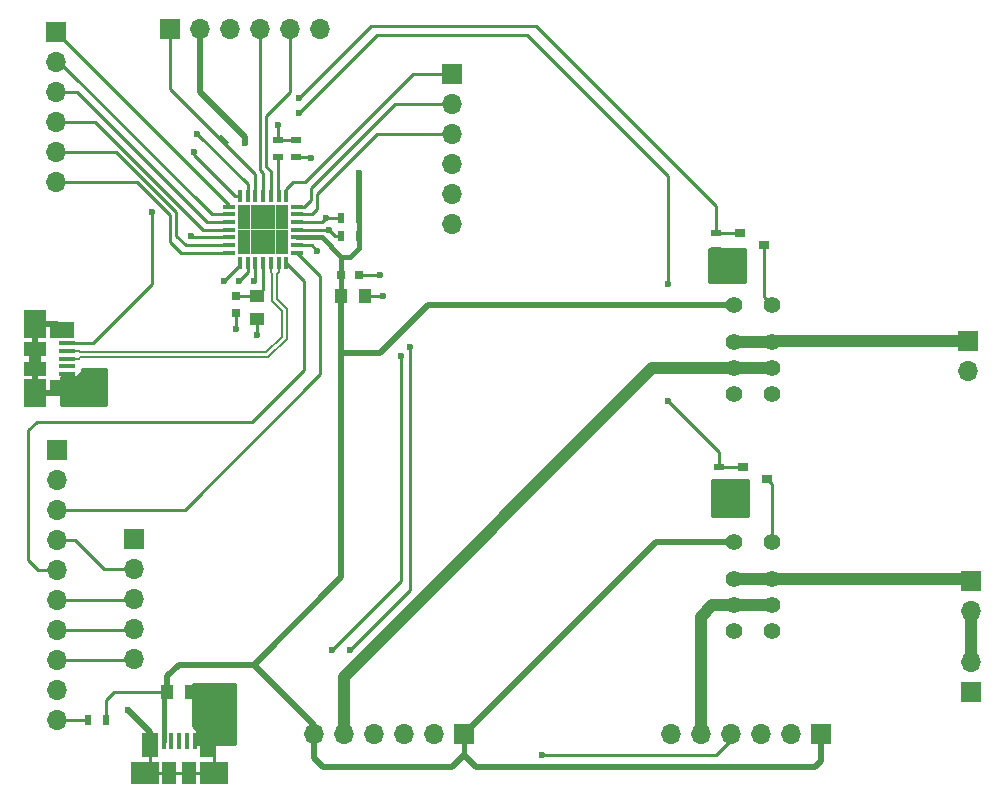
<source format=gtl>
G04 #@! TF.FileFunction,Copper,L1,Top,Mixed*
%FSLAX46Y46*%
G04 Gerber Fmt 4.6, Leading zero omitted, Abs format (unit mm)*
G04 Created by KiCad (PCBNEW 4.0.7) date 07/06/18 10:56:57*
%MOMM*%
%LPD*%
G01*
G04 APERTURE LIST*
%ADD10C,0.100000*%
%ADD11R,1.700000X1.700000*%
%ADD12O,1.700000X1.700000*%
%ADD13R,1.000000X0.370000*%
%ADD14R,0.370000X1.000000*%
%ADD15R,1.062500X1.062500*%
%ADD16R,1.250000X1.000000*%
%ADD17R,0.750000X0.800000*%
%ADD18R,0.450000X1.380000*%
%ADD19R,1.475000X2.100000*%
%ADD20R,2.375000X1.900000*%
%ADD21R,1.175000X1.900000*%
%ADD22R,1.380000X0.450000*%
%ADD23R,2.100000X1.475000*%
%ADD24R,1.900000X2.375000*%
%ADD25R,1.900000X1.175000*%
%ADD26C,1.400000*%
%ADD27R,0.900000X0.800000*%
%ADD28R,0.900000X0.500000*%
%ADD29R,0.500000X0.900000*%
%ADD30R,1.000000X1.250000*%
%ADD31R,0.800000X0.750000*%
%ADD32C,0.600000*%
%ADD33C,0.203200*%
%ADD34C,0.254000*%
%ADD35C,1.016000*%
%ADD36C,0.508000*%
%ADD37C,0.250000*%
%ADD38C,0.381000*%
G04 APERTURE END LIST*
D10*
D11*
X49784000Y-73152000D03*
D12*
X52324000Y-73152000D03*
X54864000Y-73152000D03*
X57404000Y-73152000D03*
X59944000Y-73152000D03*
X62484000Y-73152000D03*
D13*
X54808000Y-88220000D03*
X54808000Y-88870000D03*
X54808000Y-89520000D03*
X54808000Y-90170000D03*
X54808000Y-90820000D03*
X54808000Y-91470000D03*
X54808000Y-92120000D03*
D14*
X55708000Y-93020000D03*
X56358000Y-93020000D03*
X57008000Y-93020000D03*
X57658000Y-93020000D03*
X58308000Y-93020000D03*
X58958000Y-93020000D03*
X59608000Y-93020000D03*
D13*
X60508000Y-92120000D03*
X60508000Y-91470000D03*
X60508000Y-90820000D03*
X60508000Y-90170000D03*
X60508000Y-89520000D03*
X60508000Y-88870000D03*
X60508000Y-88220000D03*
D14*
X59608000Y-87320000D03*
X58958000Y-87320000D03*
X58308000Y-87320000D03*
X57658000Y-87320000D03*
X57008000Y-87320000D03*
X56358000Y-87320000D03*
X55708000Y-87320000D03*
D15*
X59251750Y-91763750D03*
X59251750Y-90701250D03*
X59251750Y-89638750D03*
X59251750Y-88576250D03*
X58189250Y-91763750D03*
X58189250Y-90701250D03*
X58189250Y-89638750D03*
X58189250Y-88576250D03*
X57126750Y-91763750D03*
X57126750Y-90701250D03*
X57126750Y-89638750D03*
X57126750Y-88576250D03*
X56064250Y-91763750D03*
X56064250Y-90701250D03*
X56064250Y-89638750D03*
X56064250Y-88576250D03*
D16*
X57150000Y-97774000D03*
X57150000Y-95774000D03*
D17*
X55372000Y-95770000D03*
X55372000Y-97270000D03*
D18*
X49246000Y-133484000D03*
X49896000Y-133484000D03*
X50546000Y-133484000D03*
X51196000Y-133484000D03*
X51846000Y-133484000D03*
D19*
X48083500Y-133844000D03*
X53008500Y-133844000D03*
D20*
X47636000Y-136144000D03*
X53456000Y-136144000D03*
D21*
X49706000Y-136144000D03*
X51386000Y-136144000D03*
D11*
X74676000Y-132842000D03*
D12*
X72136000Y-132842000D03*
X69596000Y-132842000D03*
X67056000Y-132842000D03*
X64516000Y-132842000D03*
X61976000Y-132842000D03*
D11*
X104902000Y-132842000D03*
D12*
X102362000Y-132842000D03*
X99822000Y-132842000D03*
X97282000Y-132842000D03*
X94742000Y-132842000D03*
X92202000Y-132842000D03*
D22*
X41014000Y-99792000D03*
X41014000Y-100442000D03*
X41014000Y-101092000D03*
X41014000Y-101742000D03*
X41014000Y-102392000D03*
D23*
X40654000Y-98629500D03*
X40654000Y-103554500D03*
D24*
X38354000Y-98182000D03*
X38354000Y-104002000D03*
D25*
X38354000Y-100252000D03*
X38354000Y-101932000D03*
D11*
X117348000Y-99568000D03*
D12*
X117348000Y-102108000D03*
D11*
X117602000Y-119888000D03*
D12*
X117602000Y-122428000D03*
D26*
X97536000Y-96520000D03*
X100736000Y-96520000D03*
X97536000Y-99720000D03*
X97536000Y-101920000D03*
X97536000Y-104120000D03*
X100736000Y-99720000D03*
X100736000Y-101920000D03*
X100736000Y-104120000D03*
X97536000Y-116586000D03*
X100736000Y-116586000D03*
X97536000Y-119786000D03*
X97536000Y-121986000D03*
X97536000Y-124186000D03*
X100736000Y-119786000D03*
X100736000Y-121986000D03*
X100736000Y-124186000D03*
D27*
X98060000Y-90490000D03*
X98060000Y-92390000D03*
X100060000Y-91440000D03*
X98314000Y-110302000D03*
X98314000Y-112202000D03*
X100314000Y-111252000D03*
D28*
X96012000Y-91936000D03*
X96012000Y-90436000D03*
X96266000Y-111748000D03*
X96266000Y-110248000D03*
X58928000Y-82562000D03*
X58928000Y-84062000D03*
X60452000Y-84062000D03*
X60452000Y-82562000D03*
D11*
X117602000Y-129286000D03*
D12*
X117602000Y-126746000D03*
D29*
X65774000Y-90678000D03*
X64274000Y-90678000D03*
X65774000Y-89154000D03*
X64274000Y-89154000D03*
D30*
X66278000Y-95758000D03*
X64278000Y-95758000D03*
D31*
X64274000Y-93980000D03*
X65774000Y-93980000D03*
D30*
X51546000Y-129286000D03*
X49546000Y-129286000D03*
D11*
X40132000Y-73406000D03*
D12*
X40132000Y-75946000D03*
X40132000Y-78486000D03*
X40132000Y-81026000D03*
X40132000Y-83566000D03*
X40132000Y-86106000D03*
D11*
X73660000Y-76962000D03*
D12*
X73660000Y-79502000D03*
X73660000Y-82042000D03*
X73660000Y-84582000D03*
X73660000Y-87122000D03*
X73660000Y-89662000D03*
D11*
X40182800Y-108788200D03*
D12*
X40182800Y-111328200D03*
X40182800Y-113868200D03*
X40182800Y-116408200D03*
X40182800Y-118948200D03*
X40182800Y-121488200D03*
X40182800Y-124028200D03*
X40182800Y-126568200D03*
X40182800Y-129108200D03*
X40182800Y-131648200D03*
D11*
X46710600Y-116332000D03*
D12*
X46710600Y-118872000D03*
X46710600Y-121412000D03*
X46710600Y-123952000D03*
X46710600Y-126492000D03*
D29*
X42811000Y-131673600D03*
X44311000Y-131673600D03*
D10*
G36*
X54398891Y-83067305D02*
X53762495Y-82430909D01*
X54116049Y-82077355D01*
X54752445Y-82713751D01*
X54398891Y-83067305D01*
X54398891Y-83067305D01*
G37*
G36*
X55459551Y-82006645D02*
X54823155Y-81370249D01*
X55176709Y-81016695D01*
X55813105Y-81653091D01*
X55459551Y-82006645D01*
X55459551Y-82006645D01*
G37*
D32*
X42418000Y-103124000D03*
X43688000Y-102616000D03*
X43688000Y-104648000D03*
X53063140Y-131907280D03*
X52646580Y-130576320D03*
X54378860Y-130048000D03*
X54378860Y-131678680D03*
X61722000Y-84074000D03*
X96520000Y-93218000D03*
X95758000Y-93980000D03*
X97536000Y-93980000D03*
X96266000Y-113030000D03*
X97028000Y-113792000D03*
X98298000Y-113284000D03*
X57150000Y-99060000D03*
X55372000Y-98552000D03*
X67818000Y-95758000D03*
X67564000Y-93980000D03*
X62230000Y-91948000D03*
X51562000Y-90678000D03*
X53086000Y-129286000D03*
X46228000Y-130810000D03*
X42418000Y-104648000D03*
X58928000Y-81280000D03*
X48260000Y-88646000D03*
X60706000Y-78994000D03*
X52070000Y-82042000D03*
X91948000Y-104648000D03*
X91948000Y-94742000D03*
X60706000Y-80264000D03*
X51816000Y-83566000D03*
X65786000Y-85344000D03*
X56134000Y-82804000D03*
X62992000Y-89154000D03*
X65024000Y-125730000D03*
X70104000Y-100076000D03*
X63246000Y-90170000D03*
X63500000Y-125730000D03*
X69342000Y-100838000D03*
X81280000Y-134620000D03*
X54356000Y-94488000D03*
X55626000Y-94488000D03*
X56896000Y-94488000D03*
D33*
X54257470Y-82572330D02*
X54257470Y-82730870D01*
X54257470Y-82730870D02*
X54787800Y-83261200D01*
X54787800Y-83261200D02*
X54787800Y-83235800D01*
D34*
X49784000Y-73152000D02*
X49784000Y-78232000D01*
X57008000Y-85456000D02*
X57008000Y-87320000D01*
X49784000Y-78232000D02*
X54787800Y-83235800D01*
X54787800Y-83235800D02*
X57008000Y-85456000D01*
X43688000Y-104648000D02*
X43688000Y-102616000D01*
D33*
X54378860Y-130048000D02*
X53174900Y-130048000D01*
X53174900Y-130048000D02*
X52646580Y-130576320D01*
X53008500Y-133844000D02*
X53008500Y-133531500D01*
X53008500Y-133531500D02*
X54378860Y-132161140D01*
X54378860Y-132161140D02*
X54378860Y-131678680D01*
D34*
X60452000Y-84062000D02*
X61710000Y-84062000D01*
X61710000Y-84062000D02*
X61722000Y-84074000D01*
X98060000Y-92390000D02*
X98060000Y-93456000D01*
X95758000Y-93980000D02*
X96520000Y-93218000D01*
X98060000Y-93456000D02*
X97536000Y-93980000D01*
X98314000Y-112202000D02*
X98314000Y-113268000D01*
X97028000Y-113792000D02*
X96266000Y-113030000D01*
X98314000Y-113268000D02*
X98298000Y-113284000D01*
X51846000Y-133484000D02*
X52648500Y-133484000D01*
X52648500Y-133484000D02*
X53008500Y-133844000D01*
X53456000Y-136144000D02*
X53456000Y-134291500D01*
X53456000Y-134291500D02*
X53008500Y-133844000D01*
X51386000Y-136144000D02*
X53456000Y-136144000D01*
X49706000Y-136144000D02*
X51386000Y-136144000D01*
X47636000Y-136144000D02*
X49706000Y-136144000D01*
X48083500Y-133844000D02*
X48083500Y-135696500D01*
X48083500Y-135696500D02*
X47636000Y-136144000D01*
X57150000Y-97774000D02*
X57150000Y-99060000D01*
X55372000Y-97270000D02*
X55372000Y-98552000D01*
X66278000Y-95758000D02*
X67818000Y-95758000D01*
X65774000Y-93980000D02*
X67564000Y-93980000D01*
X60508000Y-91470000D02*
X61752000Y-91470000D01*
X61752000Y-91470000D02*
X62230000Y-91948000D01*
X51562000Y-90678000D02*
X51704000Y-90820000D01*
X51704000Y-90820000D02*
X54808000Y-90820000D01*
D35*
X38354000Y-100252000D02*
X38354000Y-101932000D01*
D34*
X41014000Y-102392000D02*
X41014000Y-103194500D01*
D36*
X38354000Y-98182000D02*
X40206500Y-98182000D01*
X40206500Y-98182000D02*
X40654000Y-98629500D01*
X38354000Y-104002000D02*
X40206500Y-104002000D01*
X38354000Y-101932000D02*
X38354000Y-104002000D01*
X38354000Y-100252000D02*
X38354000Y-98182000D01*
X51546000Y-129286000D02*
X53086000Y-129286000D01*
X48083500Y-133844000D02*
X48083500Y-132665500D01*
X48083500Y-132665500D02*
X46228000Y-130810000D01*
D37*
X96266000Y-111748000D02*
X96720000Y-112202000D01*
X96720000Y-112202000D02*
X98314000Y-112202000D01*
X96012000Y-91936000D02*
X96466000Y-92390000D01*
X96466000Y-92390000D02*
X98060000Y-92390000D01*
D34*
X40654000Y-103554500D02*
X41324500Y-103554500D01*
X41324500Y-103554500D02*
X42418000Y-104648000D01*
X41014000Y-103194500D02*
X40654000Y-103554500D01*
D36*
X40206500Y-104002000D02*
X40654000Y-103554500D01*
D34*
X57404000Y-73152000D02*
X57404000Y-85090000D01*
X57658000Y-85344000D02*
X57658000Y-87320000D01*
X57404000Y-85090000D02*
X57658000Y-85344000D01*
X59944000Y-73152000D02*
X59944000Y-78486000D01*
X58308000Y-85232000D02*
X58308000Y-87320000D01*
X57912000Y-84836000D02*
X58308000Y-85232000D01*
X57912000Y-80518000D02*
X57912000Y-84836000D01*
X59944000Y-78486000D02*
X57912000Y-80518000D01*
D37*
X55372000Y-95770000D02*
X57146000Y-95770000D01*
X57146000Y-95770000D02*
X57150000Y-95774000D01*
X57658000Y-93020000D02*
X57658000Y-95266000D01*
X57658000Y-95266000D02*
X57150000Y-95774000D01*
D35*
X117602000Y-122428000D02*
X117602000Y-126746000D01*
X64516000Y-132842000D02*
X64516000Y-128016000D01*
X64516000Y-128016000D02*
X90612000Y-101920000D01*
X90612000Y-101920000D02*
X97536000Y-101920000D01*
X97536000Y-101920000D02*
X100736000Y-101920000D01*
X97536000Y-121986000D02*
X95692000Y-121986000D01*
X95692000Y-121986000D02*
X94742000Y-122936000D01*
X94742000Y-122936000D02*
X94742000Y-132842000D01*
X97536000Y-121986000D02*
X100736000Y-121986000D01*
D37*
X48260000Y-94742000D02*
X48260000Y-88646000D01*
X58928000Y-82562000D02*
X58928000Y-81280000D01*
X43210000Y-99792000D02*
X41014000Y-99792000D01*
X43210000Y-99792000D02*
X48260000Y-94742000D01*
X60452000Y-82562000D02*
X58928000Y-82562000D01*
D35*
X97536000Y-99720000D02*
X100736000Y-99720000D01*
D37*
X100736000Y-99720000D02*
X100888000Y-99568000D01*
D35*
X100888000Y-99568000D02*
X117348000Y-99568000D01*
X100736000Y-119786000D02*
X117500000Y-119786000D01*
D36*
X117500000Y-119786000D02*
X117602000Y-119888000D01*
D35*
X97536000Y-119786000D02*
X100736000Y-119786000D01*
D37*
X100060000Y-91440000D02*
X100060000Y-95844000D01*
X100060000Y-95844000D02*
X100736000Y-96520000D01*
X100314000Y-111252000D02*
X100736000Y-111674000D01*
X100736000Y-111674000D02*
X100736000Y-116586000D01*
D34*
X56358000Y-87320000D02*
X56358000Y-86330000D01*
X96012000Y-88138000D02*
X96012000Y-90436000D01*
X80772000Y-72898000D02*
X96012000Y-88138000D01*
X66802000Y-72898000D02*
X80772000Y-72898000D01*
X60706000Y-78994000D02*
X66802000Y-72898000D01*
X56358000Y-86330000D02*
X52070000Y-82042000D01*
D37*
X96012000Y-90436000D02*
X98006000Y-90436000D01*
X98006000Y-90436000D02*
X98060000Y-90490000D01*
D34*
X55708000Y-87320000D02*
X55316000Y-87320000D01*
X96266000Y-108966000D02*
X96266000Y-110248000D01*
X91948000Y-104648000D02*
X96266000Y-108966000D01*
X91948000Y-85598000D02*
X91948000Y-94742000D01*
X80010000Y-73660000D02*
X91948000Y-85598000D01*
X67310000Y-73660000D02*
X80010000Y-73660000D01*
X60706000Y-80264000D02*
X67310000Y-73660000D01*
X51816000Y-83820000D02*
X51816000Y-83566000D01*
X55316000Y-87320000D02*
X51816000Y-83820000D01*
D37*
X96266000Y-110248000D02*
X96320000Y-110302000D01*
X96320000Y-110302000D02*
X98314000Y-110302000D01*
X58928000Y-84062000D02*
X58928000Y-87290000D01*
X58928000Y-87290000D02*
X58958000Y-87320000D01*
D34*
X40182800Y-118948200D02*
X38557200Y-118948200D01*
X61112400Y-94524400D02*
X59608000Y-93020000D01*
X61112400Y-102057200D02*
X61112400Y-94524400D01*
X56743600Y-106426000D02*
X61112400Y-102057200D01*
X38481000Y-106426000D02*
X56743600Y-106426000D01*
X37769800Y-107137200D02*
X38481000Y-106426000D01*
X37769800Y-118160800D02*
X37769800Y-107137200D01*
X38557200Y-118948200D02*
X37769800Y-118160800D01*
X40182800Y-113868200D02*
X51003200Y-113868200D01*
X62458600Y-94070600D02*
X60508000Y-92120000D01*
X62458600Y-102412800D02*
X62458600Y-94070600D01*
X51003200Y-113868200D02*
X62458600Y-102412800D01*
D33*
X55318130Y-81511670D02*
X55318130Y-81556330D01*
X55318130Y-81556330D02*
X56134000Y-82372200D01*
D36*
X52324000Y-73152000D02*
X52324000Y-78517540D01*
X65774000Y-85356000D02*
X65774000Y-89154000D01*
X65786000Y-85344000D02*
X65774000Y-85356000D01*
X56134000Y-82327540D02*
X56134000Y-82372200D01*
X56134000Y-82372200D02*
X56134000Y-82804000D01*
X52324000Y-78517540D02*
X56134000Y-82327540D01*
D34*
X44311000Y-131673600D02*
X44311000Y-130034600D01*
X45059600Y-129286000D02*
X49546000Y-129286000D01*
X44311000Y-130034600D02*
X45059600Y-129286000D01*
X64274000Y-93980000D02*
X64274000Y-95754000D01*
X64274000Y-95754000D02*
X64278000Y-95758000D01*
D36*
X97536000Y-96520000D02*
X71628000Y-96520000D01*
X71628000Y-96520000D02*
X67564000Y-100584000D01*
X67564000Y-100584000D02*
X64278000Y-100584000D01*
X97536000Y-116586000D02*
X90932000Y-116586000D01*
X90932000Y-116586000D02*
X74676000Y-132842000D01*
X104902000Y-132842000D02*
X104902000Y-135128000D01*
X104902000Y-135128000D02*
X104394000Y-135636000D01*
X104394000Y-135636000D02*
X75692000Y-135636000D01*
X75692000Y-135636000D02*
X74676000Y-134620000D01*
D38*
X65012000Y-92468000D02*
X64274000Y-92468000D01*
X65774000Y-91706000D02*
X65012000Y-92468000D01*
X65774000Y-90678000D02*
X65774000Y-91706000D01*
X65774000Y-89154000D02*
X65774000Y-90678000D01*
D36*
X64278000Y-95758000D02*
X64278000Y-100584000D01*
X64278000Y-100584000D02*
X64278000Y-119618000D01*
X64278000Y-119618000D02*
X56896000Y-127000000D01*
D38*
X74676000Y-132842000D02*
X74676000Y-134620000D01*
D36*
X61976000Y-134874000D02*
X61976000Y-132842000D01*
X74676000Y-134620000D02*
X73660000Y-135636000D01*
X73660000Y-135636000D02*
X62738000Y-135636000D01*
X62738000Y-135636000D02*
X61976000Y-134874000D01*
D38*
X60508000Y-90820000D02*
X62626000Y-90820000D01*
X62626000Y-90820000D02*
X64274000Y-92468000D01*
X64274000Y-92468000D02*
X64274000Y-95754000D01*
X64274000Y-95754000D02*
X64278000Y-95758000D01*
X61976000Y-132842000D02*
X61976000Y-132080000D01*
D36*
X49546000Y-128000000D02*
X49546000Y-129286000D01*
X50546000Y-127000000D02*
X49546000Y-128000000D01*
X56896000Y-127000000D02*
X50546000Y-127000000D01*
X61976000Y-132080000D02*
X56896000Y-127000000D01*
D38*
X49246000Y-133484000D02*
X49246000Y-129586000D01*
X49246000Y-129586000D02*
X49546000Y-129286000D01*
D34*
X70104000Y-120650000D02*
X65024000Y-125730000D01*
X70104000Y-100076000D02*
X70104000Y-120650000D01*
D37*
X60508000Y-89520000D02*
X62626000Y-89520000D01*
X62992000Y-89154000D02*
X64274000Y-89154000D01*
X62626000Y-89520000D02*
X62992000Y-89154000D01*
D34*
X69342000Y-119888000D02*
X63500000Y-125730000D01*
X69342000Y-100838000D02*
X69342000Y-119888000D01*
X81280000Y-134620000D02*
X96012000Y-134620000D01*
X96012000Y-134620000D02*
X97282000Y-133350000D01*
X97282000Y-133350000D02*
X97282000Y-132842000D01*
D37*
X60508000Y-90170000D02*
X63246000Y-90170000D01*
X63754000Y-90678000D02*
X64274000Y-90678000D01*
X63246000Y-90170000D02*
X63754000Y-90678000D01*
D34*
X40132000Y-73406000D02*
X54808000Y-88082000D01*
X54808000Y-88082000D02*
X54808000Y-88220000D01*
X40132000Y-75946000D02*
X40386000Y-75946000D01*
X40386000Y-75946000D02*
X53310000Y-88870000D01*
X53310000Y-88870000D02*
X54808000Y-88870000D01*
X40132000Y-78486000D02*
X41910000Y-78486000D01*
X52944000Y-89520000D02*
X54808000Y-89520000D01*
X41910000Y-78486000D02*
X52944000Y-89520000D01*
X40132000Y-81026000D02*
X43434000Y-81026000D01*
X52578000Y-90170000D02*
X54808000Y-90170000D01*
X43434000Y-81026000D02*
X52578000Y-90170000D01*
X40132000Y-86106000D02*
X46990000Y-86106000D01*
X50718000Y-92120000D02*
X54808000Y-92120000D01*
X49784000Y-91186000D02*
X50718000Y-92120000D01*
X49784000Y-88900000D02*
X49784000Y-91186000D01*
X46990000Y-86106000D02*
X49784000Y-88900000D01*
X40132000Y-83566000D02*
X45212000Y-83566000D01*
X51084000Y-91470000D02*
X54808000Y-91470000D01*
X50292000Y-90678000D02*
X51084000Y-91470000D01*
X50292000Y-88646000D02*
X50292000Y-90678000D01*
X45212000Y-83566000D02*
X50292000Y-88646000D01*
X54356000Y-94488000D02*
X55708000Y-93136000D01*
X55708000Y-93136000D02*
X55708000Y-93020000D01*
X56358000Y-93756000D02*
X56358000Y-93020000D01*
X55626000Y-94488000D02*
X56358000Y-93756000D01*
X57008000Y-94376000D02*
X57008000Y-93020000D01*
X56896000Y-94488000D02*
X57008000Y-94376000D01*
X73660000Y-76962000D02*
X70358000Y-76962000D01*
X59608000Y-86696000D02*
X59608000Y-87320000D01*
X60198000Y-86106000D02*
X59608000Y-86696000D01*
X61214000Y-86106000D02*
X60198000Y-86106000D01*
X70358000Y-76962000D02*
X61214000Y-86106000D01*
X73660000Y-79502000D02*
X68834000Y-79502000D01*
X61132000Y-88220000D02*
X60508000Y-88220000D01*
X61722000Y-87630000D02*
X61132000Y-88220000D01*
X61722000Y-86614000D02*
X61722000Y-87630000D01*
X68834000Y-79502000D02*
X61722000Y-86614000D01*
X73660000Y-82042000D02*
X67310000Y-82042000D01*
X61752000Y-88870000D02*
X60508000Y-88870000D01*
X62230000Y-88392000D02*
X61752000Y-88870000D01*
X62230000Y-87122000D02*
X62230000Y-88392000D01*
X67310000Y-82042000D02*
X62230000Y-87122000D01*
D33*
X55104832Y-100563800D02*
X57932200Y-100563800D01*
X42170800Y-100563800D02*
X55104832Y-100563800D01*
X42049000Y-100442000D02*
X42170800Y-100563800D01*
X41014000Y-100442000D02*
X42049000Y-100442000D01*
X57932200Y-100563800D02*
X59232800Y-99263200D01*
X59232800Y-97028000D02*
X58429800Y-96225000D01*
X58429800Y-96225000D02*
X58429800Y-93891800D01*
X58429800Y-93891800D02*
X58308000Y-93770000D01*
X58308000Y-93770000D02*
X58308000Y-93020000D01*
X59232800Y-99263200D02*
X59232800Y-97028000D01*
X55270400Y-100970200D02*
X58110000Y-100970200D01*
X58958000Y-93770000D02*
X58958000Y-93020000D01*
X58836200Y-93891800D02*
X58958000Y-93770000D01*
X58836200Y-96056664D02*
X58836200Y-93891800D01*
X59639200Y-96859664D02*
X58836200Y-96056664D01*
X59639200Y-99441000D02*
X59639200Y-96859664D01*
X58110000Y-100970200D02*
X59639200Y-99441000D01*
X41014000Y-101092000D02*
X42049000Y-101092000D01*
X42049000Y-101092000D02*
X42170800Y-100970200D01*
X42170800Y-100970200D02*
X55270400Y-100970200D01*
X55270400Y-100970200D02*
X55273168Y-100970200D01*
D34*
X40182800Y-116408200D02*
X41732200Y-116408200D01*
X44196000Y-118872000D02*
X46710600Y-118872000D01*
X41732200Y-116408200D02*
X44196000Y-118872000D01*
X40182800Y-121488200D02*
X46634400Y-121488200D01*
X46634400Y-121488200D02*
X46710600Y-121412000D01*
X46685200Y-121437400D02*
X46710600Y-121412000D01*
X40182800Y-124028200D02*
X46634400Y-124028200D01*
X46634400Y-124028200D02*
X46710600Y-123952000D01*
X46685200Y-123977400D02*
X46710600Y-123952000D01*
X40182800Y-126568200D02*
X46634400Y-126568200D01*
X46634400Y-126568200D02*
X46710600Y-126492000D01*
X46685200Y-126517400D02*
X46710600Y-126492000D01*
X40182800Y-131648200D02*
X42785600Y-131648200D01*
X42785600Y-131648200D02*
X42811000Y-131673600D01*
G36*
X44323000Y-105029000D02*
X40513000Y-105029000D01*
X40513000Y-102614440D01*
X41704000Y-102614440D01*
X41939317Y-102570162D01*
X42155441Y-102431090D01*
X42300431Y-102218890D01*
X42348605Y-101981000D01*
X44323000Y-101981000D01*
X44323000Y-105029000D01*
X44323000Y-105029000D01*
G37*
X44323000Y-105029000D02*
X40513000Y-105029000D01*
X40513000Y-102614440D01*
X41704000Y-102614440D01*
X41939317Y-102570162D01*
X42155441Y-102431090D01*
X42300431Y-102218890D01*
X42348605Y-101981000D01*
X44323000Y-101981000D01*
X44323000Y-105029000D01*
G36*
X98425000Y-94615000D02*
X95377000Y-94615000D01*
X95377000Y-91821000D01*
X98425000Y-91821000D01*
X98425000Y-94615000D01*
X98425000Y-94615000D01*
G37*
X98425000Y-94615000D02*
X95377000Y-94615000D01*
X95377000Y-91821000D01*
X98425000Y-91821000D01*
X98425000Y-94615000D01*
G36*
X98679000Y-114427000D02*
X95631000Y-114427000D01*
X95631000Y-111379000D01*
X98679000Y-111379000D01*
X98679000Y-114427000D01*
X98679000Y-114427000D01*
G37*
X98679000Y-114427000D02*
X95631000Y-114427000D01*
X95631000Y-111379000D01*
X98679000Y-111379000D01*
X98679000Y-114427000D01*
G36*
X55245000Y-133731000D02*
X52068440Y-133731000D01*
X52068440Y-132794000D01*
X52024162Y-132558683D01*
X51885090Y-132342559D01*
X51689000Y-132208576D01*
X51689000Y-128651000D01*
X55245000Y-128651000D01*
X55245000Y-133731000D01*
X55245000Y-133731000D01*
G37*
X55245000Y-133731000D02*
X52068440Y-133731000D01*
X52068440Y-132794000D01*
X52024162Y-132558683D01*
X51885090Y-132342559D01*
X51689000Y-132208576D01*
X51689000Y-128651000D01*
X55245000Y-128651000D01*
X55245000Y-133731000D01*
M02*

</source>
